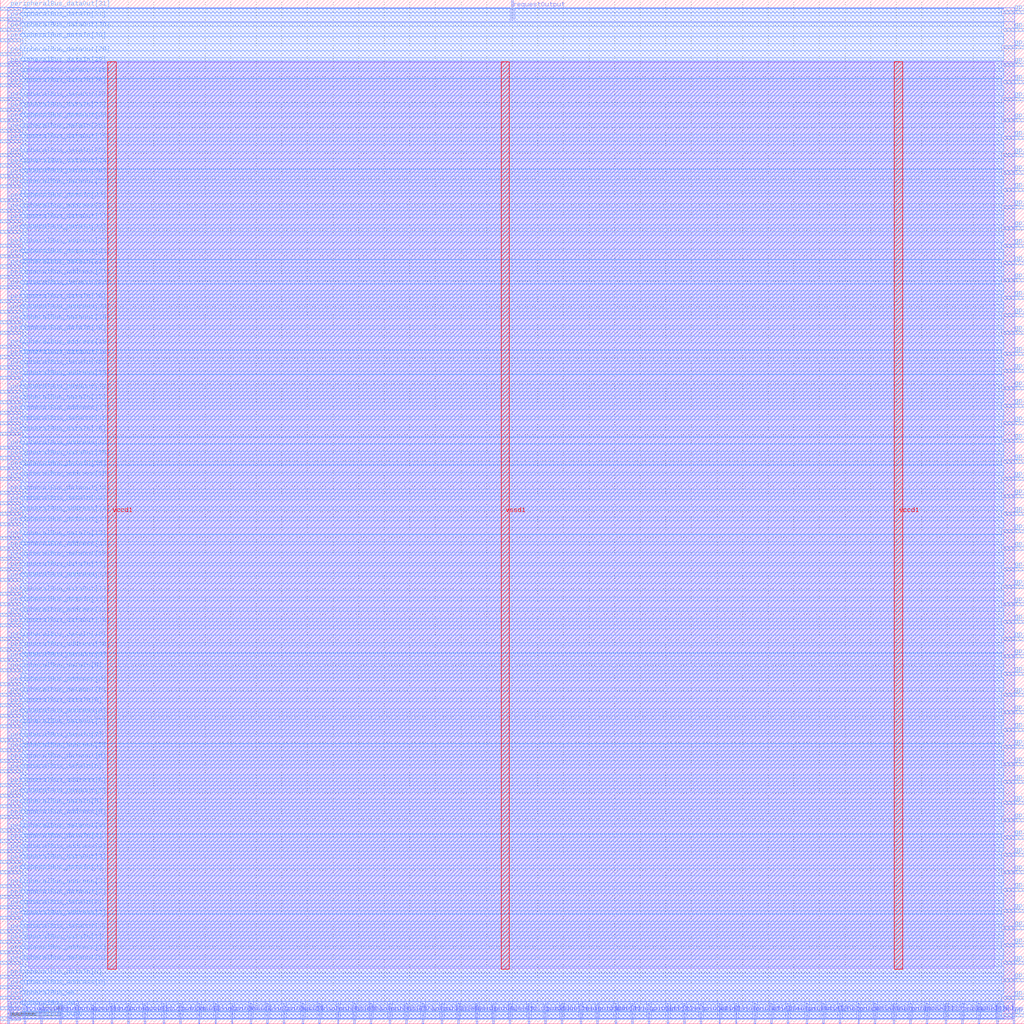
<source format=lef>
VERSION 5.7 ;
  NOWIREEXTENSIONATPIN ON ;
  DIVIDERCHAR "/" ;
  BUSBITCHARS "[]" ;
MACRO GPIO
  CLASS BLOCK ;
  FOREIGN GPIO ;
  ORIGIN 0.000 0.000 ;
  SIZE 200.000 BY 200.000 ;
  PIN clk
    DIRECTION INPUT ;
    USE SIGNAL ;
    PORT
      LAYER met2 ;
        RECT 194.670 0.000 194.950 4.000 ;
    END
  END clk
  PIN gpio0_input[0]
    DIRECTION INPUT ;
    USE SIGNAL ;
    PORT
      LAYER met3 ;
        RECT 196.000 1.400 200.000 2.000 ;
    END
  END gpio0_input[0]
  PIN gpio0_input[10]
    DIRECTION INPUT ;
    USE SIGNAL ;
    PORT
      LAYER met3 ;
        RECT 196.000 106.120 200.000 106.720 ;
    END
  END gpio0_input[10]
  PIN gpio0_input[11]
    DIRECTION INPUT ;
    USE SIGNAL ;
    PORT
      LAYER met3 ;
        RECT 196.000 117.000 200.000 117.600 ;
    END
  END gpio0_input[11]
  PIN gpio0_input[12]
    DIRECTION INPUT ;
    USE SIGNAL ;
    PORT
      LAYER met3 ;
        RECT 196.000 127.200 200.000 127.800 ;
    END
  END gpio0_input[12]
  PIN gpio0_input[13]
    DIRECTION INPUT ;
    USE SIGNAL ;
    PORT
      LAYER met3 ;
        RECT 196.000 138.080 200.000 138.680 ;
    END
  END gpio0_input[13]
  PIN gpio0_input[14]
    DIRECTION INPUT ;
    USE SIGNAL ;
    PORT
      LAYER met3 ;
        RECT 196.000 148.280 200.000 148.880 ;
    END
  END gpio0_input[14]
  PIN gpio0_input[15]
    DIRECTION INPUT ;
    USE SIGNAL ;
    PORT
      LAYER met3 ;
        RECT 196.000 159.160 200.000 159.760 ;
    END
  END gpio0_input[15]
  PIN gpio0_input[16]
    DIRECTION INPUT ;
    USE SIGNAL ;
    PORT
      LAYER met3 ;
        RECT 196.000 169.360 200.000 169.960 ;
    END
  END gpio0_input[16]
  PIN gpio0_input[17]
    DIRECTION INPUT ;
    USE SIGNAL ;
    PORT
      LAYER met3 ;
        RECT 196.000 180.240 200.000 180.840 ;
    END
  END gpio0_input[17]
  PIN gpio0_input[18]
    DIRECTION INPUT ;
    USE SIGNAL ;
    PORT
      LAYER met3 ;
        RECT 196.000 190.440 200.000 191.040 ;
    END
  END gpio0_input[18]
  PIN gpio0_input[1]
    DIRECTION INPUT ;
    USE SIGNAL ;
    PORT
      LAYER met3 ;
        RECT 196.000 11.600 200.000 12.200 ;
    END
  END gpio0_input[1]
  PIN gpio0_input[2]
    DIRECTION INPUT ;
    USE SIGNAL ;
    PORT
      LAYER met3 ;
        RECT 196.000 21.800 200.000 22.400 ;
    END
  END gpio0_input[2]
  PIN gpio0_input[3]
    DIRECTION INPUT ;
    USE SIGNAL ;
    PORT
      LAYER met3 ;
        RECT 196.000 32.680 200.000 33.280 ;
    END
  END gpio0_input[3]
  PIN gpio0_input[4]
    DIRECTION INPUT ;
    USE SIGNAL ;
    PORT
      LAYER met3 ;
        RECT 196.000 42.880 200.000 43.480 ;
    END
  END gpio0_input[4]
  PIN gpio0_input[5]
    DIRECTION INPUT ;
    USE SIGNAL ;
    PORT
      LAYER met3 ;
        RECT 196.000 53.760 200.000 54.360 ;
    END
  END gpio0_input[5]
  PIN gpio0_input[6]
    DIRECTION INPUT ;
    USE SIGNAL ;
    PORT
      LAYER met3 ;
        RECT 196.000 63.960 200.000 64.560 ;
    END
  END gpio0_input[6]
  PIN gpio0_input[7]
    DIRECTION INPUT ;
    USE SIGNAL ;
    PORT
      LAYER met3 ;
        RECT 196.000 74.840 200.000 75.440 ;
    END
  END gpio0_input[7]
  PIN gpio0_input[8]
    DIRECTION INPUT ;
    USE SIGNAL ;
    PORT
      LAYER met3 ;
        RECT 196.000 85.040 200.000 85.640 ;
    END
  END gpio0_input[8]
  PIN gpio0_input[9]
    DIRECTION INPUT ;
    USE SIGNAL ;
    PORT
      LAYER met3 ;
        RECT 196.000 95.920 200.000 96.520 ;
    END
  END gpio0_input[9]
  PIN gpio0_oe[0]
    DIRECTION OUTPUT TRISTATE ;
    USE SIGNAL ;
    PORT
      LAYER met3 ;
        RECT 196.000 4.800 200.000 5.400 ;
    END
  END gpio0_oe[0]
  PIN gpio0_oe[10]
    DIRECTION OUTPUT TRISTATE ;
    USE SIGNAL ;
    PORT
      LAYER met3 ;
        RECT 196.000 109.520 200.000 110.120 ;
    END
  END gpio0_oe[10]
  PIN gpio0_oe[11]
    DIRECTION OUTPUT TRISTATE ;
    USE SIGNAL ;
    PORT
      LAYER met3 ;
        RECT 196.000 120.400 200.000 121.000 ;
    END
  END gpio0_oe[11]
  PIN gpio0_oe[12]
    DIRECTION OUTPUT TRISTATE ;
    USE SIGNAL ;
    PORT
      LAYER met3 ;
        RECT 196.000 130.600 200.000 131.200 ;
    END
  END gpio0_oe[12]
  PIN gpio0_oe[13]
    DIRECTION OUTPUT TRISTATE ;
    USE SIGNAL ;
    PORT
      LAYER met3 ;
        RECT 196.000 141.480 200.000 142.080 ;
    END
  END gpio0_oe[13]
  PIN gpio0_oe[14]
    DIRECTION OUTPUT TRISTATE ;
    USE SIGNAL ;
    PORT
      LAYER met3 ;
        RECT 196.000 151.680 200.000 152.280 ;
    END
  END gpio0_oe[14]
  PIN gpio0_oe[15]
    DIRECTION OUTPUT TRISTATE ;
    USE SIGNAL ;
    PORT
      LAYER met3 ;
        RECT 196.000 162.560 200.000 163.160 ;
    END
  END gpio0_oe[15]
  PIN gpio0_oe[16]
    DIRECTION OUTPUT TRISTATE ;
    USE SIGNAL ;
    PORT
      LAYER met3 ;
        RECT 196.000 172.760 200.000 173.360 ;
    END
  END gpio0_oe[16]
  PIN gpio0_oe[17]
    DIRECTION OUTPUT TRISTATE ;
    USE SIGNAL ;
    PORT
      LAYER met3 ;
        RECT 196.000 183.640 200.000 184.240 ;
    END
  END gpio0_oe[17]
  PIN gpio0_oe[18]
    DIRECTION OUTPUT TRISTATE ;
    USE SIGNAL ;
    PORT
      LAYER met3 ;
        RECT 196.000 193.840 200.000 194.440 ;
    END
  END gpio0_oe[18]
  PIN gpio0_oe[1]
    DIRECTION OUTPUT TRISTATE ;
    USE SIGNAL ;
    PORT
      LAYER met3 ;
        RECT 196.000 15.000 200.000 15.600 ;
    END
  END gpio0_oe[1]
  PIN gpio0_oe[2]
    DIRECTION OUTPUT TRISTATE ;
    USE SIGNAL ;
    PORT
      LAYER met3 ;
        RECT 196.000 25.880 200.000 26.480 ;
    END
  END gpio0_oe[2]
  PIN gpio0_oe[3]
    DIRECTION OUTPUT TRISTATE ;
    USE SIGNAL ;
    PORT
      LAYER met3 ;
        RECT 196.000 36.080 200.000 36.680 ;
    END
  END gpio0_oe[3]
  PIN gpio0_oe[4]
    DIRECTION OUTPUT TRISTATE ;
    USE SIGNAL ;
    PORT
      LAYER met3 ;
        RECT 196.000 46.960 200.000 47.560 ;
    END
  END gpio0_oe[4]
  PIN gpio0_oe[5]
    DIRECTION OUTPUT TRISTATE ;
    USE SIGNAL ;
    PORT
      LAYER met3 ;
        RECT 196.000 57.160 200.000 57.760 ;
    END
  END gpio0_oe[5]
  PIN gpio0_oe[6]
    DIRECTION OUTPUT TRISTATE ;
    USE SIGNAL ;
    PORT
      LAYER met3 ;
        RECT 196.000 68.040 200.000 68.640 ;
    END
  END gpio0_oe[6]
  PIN gpio0_oe[7]
    DIRECTION OUTPUT TRISTATE ;
    USE SIGNAL ;
    PORT
      LAYER met3 ;
        RECT 196.000 78.240 200.000 78.840 ;
    END
  END gpio0_oe[7]
  PIN gpio0_oe[8]
    DIRECTION OUTPUT TRISTATE ;
    USE SIGNAL ;
    PORT
      LAYER met3 ;
        RECT 196.000 88.440 200.000 89.040 ;
    END
  END gpio0_oe[8]
  PIN gpio0_oe[9]
    DIRECTION OUTPUT TRISTATE ;
    USE SIGNAL ;
    PORT
      LAYER met3 ;
        RECT 196.000 99.320 200.000 99.920 ;
    END
  END gpio0_oe[9]
  PIN gpio0_output[0]
    DIRECTION OUTPUT TRISTATE ;
    USE SIGNAL ;
    PORT
      LAYER met3 ;
        RECT 196.000 8.200 200.000 8.800 ;
    END
  END gpio0_output[0]
  PIN gpio0_output[10]
    DIRECTION OUTPUT TRISTATE ;
    USE SIGNAL ;
    PORT
      LAYER met3 ;
        RECT 196.000 113.600 200.000 114.200 ;
    END
  END gpio0_output[10]
  PIN gpio0_output[11]
    DIRECTION OUTPUT TRISTATE ;
    USE SIGNAL ;
    PORT
      LAYER met3 ;
        RECT 196.000 123.800 200.000 124.400 ;
    END
  END gpio0_output[11]
  PIN gpio0_output[12]
    DIRECTION OUTPUT TRISTATE ;
    USE SIGNAL ;
    PORT
      LAYER met3 ;
        RECT 196.000 134.680 200.000 135.280 ;
    END
  END gpio0_output[12]
  PIN gpio0_output[13]
    DIRECTION OUTPUT TRISTATE ;
    USE SIGNAL ;
    PORT
      LAYER met3 ;
        RECT 196.000 144.880 200.000 145.480 ;
    END
  END gpio0_output[13]
  PIN gpio0_output[14]
    DIRECTION OUTPUT TRISTATE ;
    USE SIGNAL ;
    PORT
      LAYER met3 ;
        RECT 196.000 155.080 200.000 155.680 ;
    END
  END gpio0_output[14]
  PIN gpio0_output[15]
    DIRECTION OUTPUT TRISTATE ;
    USE SIGNAL ;
    PORT
      LAYER met3 ;
        RECT 196.000 165.960 200.000 166.560 ;
    END
  END gpio0_output[15]
  PIN gpio0_output[16]
    DIRECTION OUTPUT TRISTATE ;
    USE SIGNAL ;
    PORT
      LAYER met3 ;
        RECT 196.000 176.160 200.000 176.760 ;
    END
  END gpio0_output[16]
  PIN gpio0_output[17]
    DIRECTION OUTPUT TRISTATE ;
    USE SIGNAL ;
    PORT
      LAYER met3 ;
        RECT 196.000 187.040 200.000 187.640 ;
    END
  END gpio0_output[17]
  PIN gpio0_output[18]
    DIRECTION OUTPUT TRISTATE ;
    USE SIGNAL ;
    PORT
      LAYER met3 ;
        RECT 196.000 197.240 200.000 197.840 ;
    END
  END gpio0_output[18]
  PIN gpio0_output[1]
    DIRECTION OUTPUT TRISTATE ;
    USE SIGNAL ;
    PORT
      LAYER met3 ;
        RECT 196.000 18.400 200.000 19.000 ;
    END
  END gpio0_output[1]
  PIN gpio0_output[2]
    DIRECTION OUTPUT TRISTATE ;
    USE SIGNAL ;
    PORT
      LAYER met3 ;
        RECT 196.000 29.280 200.000 29.880 ;
    END
  END gpio0_output[2]
  PIN gpio0_output[3]
    DIRECTION OUTPUT TRISTATE ;
    USE SIGNAL ;
    PORT
      LAYER met3 ;
        RECT 196.000 39.480 200.000 40.080 ;
    END
  END gpio0_output[3]
  PIN gpio0_output[4]
    DIRECTION OUTPUT TRISTATE ;
    USE SIGNAL ;
    PORT
      LAYER met3 ;
        RECT 196.000 50.360 200.000 50.960 ;
    END
  END gpio0_output[4]
  PIN gpio0_output[5]
    DIRECTION OUTPUT TRISTATE ;
    USE SIGNAL ;
    PORT
      LAYER met3 ;
        RECT 196.000 60.560 200.000 61.160 ;
    END
  END gpio0_output[5]
  PIN gpio0_output[6]
    DIRECTION OUTPUT TRISTATE ;
    USE SIGNAL ;
    PORT
      LAYER met3 ;
        RECT 196.000 71.440 200.000 72.040 ;
    END
  END gpio0_output[6]
  PIN gpio0_output[7]
    DIRECTION OUTPUT TRISTATE ;
    USE SIGNAL ;
    PORT
      LAYER met3 ;
        RECT 196.000 81.640 200.000 82.240 ;
    END
  END gpio0_output[7]
  PIN gpio0_output[8]
    DIRECTION OUTPUT TRISTATE ;
    USE SIGNAL ;
    PORT
      LAYER met3 ;
        RECT 196.000 92.520 200.000 93.120 ;
    END
  END gpio0_output[8]
  PIN gpio0_output[9]
    DIRECTION OUTPUT TRISTATE ;
    USE SIGNAL ;
    PORT
      LAYER met3 ;
        RECT 196.000 102.720 200.000 103.320 ;
    END
  END gpio0_output[9]
  PIN gpio1_input[0]
    DIRECTION INPUT ;
    USE SIGNAL ;
    PORT
      LAYER met2 ;
        RECT 1.470 0.000 1.750 4.000 ;
    END
  END gpio1_input[0]
  PIN gpio1_input[10]
    DIRECTION INPUT ;
    USE SIGNAL ;
    PORT
      LAYER met2 ;
        RECT 103.130 0.000 103.410 4.000 ;
    END
  END gpio1_input[10]
  PIN gpio1_input[11]
    DIRECTION INPUT ;
    USE SIGNAL ;
    PORT
      LAYER met2 ;
        RECT 113.250 0.000 113.530 4.000 ;
    END
  END gpio1_input[11]
  PIN gpio1_input[12]
    DIRECTION INPUT ;
    USE SIGNAL ;
    PORT
      LAYER met2 ;
        RECT 123.370 0.000 123.650 4.000 ;
    END
  END gpio1_input[12]
  PIN gpio1_input[13]
    DIRECTION INPUT ;
    USE SIGNAL ;
    PORT
      LAYER met2 ;
        RECT 133.490 0.000 133.770 4.000 ;
    END
  END gpio1_input[13]
  PIN gpio1_input[14]
    DIRECTION INPUT ;
    USE SIGNAL ;
    PORT
      LAYER met2 ;
        RECT 143.610 0.000 143.890 4.000 ;
    END
  END gpio1_input[14]
  PIN gpio1_input[15]
    DIRECTION INPUT ;
    USE SIGNAL ;
    PORT
      LAYER met2 ;
        RECT 153.730 0.000 154.010 4.000 ;
    END
  END gpio1_input[15]
  PIN gpio1_input[16]
    DIRECTION INPUT ;
    USE SIGNAL ;
    PORT
      LAYER met2 ;
        RECT 163.850 0.000 164.130 4.000 ;
    END
  END gpio1_input[16]
  PIN gpio1_input[17]
    DIRECTION INPUT ;
    USE SIGNAL ;
    PORT
      LAYER met2 ;
        RECT 174.430 0.000 174.710 4.000 ;
    END
  END gpio1_input[17]
  PIN gpio1_input[18]
    DIRECTION INPUT ;
    USE SIGNAL ;
    PORT
      LAYER met2 ;
        RECT 184.550 0.000 184.830 4.000 ;
    END
  END gpio1_input[18]
  PIN gpio1_input[1]
    DIRECTION INPUT ;
    USE SIGNAL ;
    PORT
      LAYER met2 ;
        RECT 11.590 0.000 11.870 4.000 ;
    END
  END gpio1_input[1]
  PIN gpio1_input[2]
    DIRECTION INPUT ;
    USE SIGNAL ;
    PORT
      LAYER met2 ;
        RECT 21.710 0.000 21.990 4.000 ;
    END
  END gpio1_input[2]
  PIN gpio1_input[3]
    DIRECTION INPUT ;
    USE SIGNAL ;
    PORT
      LAYER met2 ;
        RECT 31.830 0.000 32.110 4.000 ;
    END
  END gpio1_input[3]
  PIN gpio1_input[4]
    DIRECTION INPUT ;
    USE SIGNAL ;
    PORT
      LAYER met2 ;
        RECT 41.950 0.000 42.230 4.000 ;
    END
  END gpio1_input[4]
  PIN gpio1_input[5]
    DIRECTION INPUT ;
    USE SIGNAL ;
    PORT
      LAYER met2 ;
        RECT 52.070 0.000 52.350 4.000 ;
    END
  END gpio1_input[5]
  PIN gpio1_input[6]
    DIRECTION INPUT ;
    USE SIGNAL ;
    PORT
      LAYER met2 ;
        RECT 62.190 0.000 62.470 4.000 ;
    END
  END gpio1_input[6]
  PIN gpio1_input[7]
    DIRECTION INPUT ;
    USE SIGNAL ;
    PORT
      LAYER met2 ;
        RECT 72.310 0.000 72.590 4.000 ;
    END
  END gpio1_input[7]
  PIN gpio1_input[8]
    DIRECTION INPUT ;
    USE SIGNAL ;
    PORT
      LAYER met2 ;
        RECT 82.430 0.000 82.710 4.000 ;
    END
  END gpio1_input[8]
  PIN gpio1_input[9]
    DIRECTION INPUT ;
    USE SIGNAL ;
    PORT
      LAYER met2 ;
        RECT 93.010 0.000 93.290 4.000 ;
    END
  END gpio1_input[9]
  PIN gpio1_oe[0]
    DIRECTION OUTPUT TRISTATE ;
    USE SIGNAL ;
    PORT
      LAYER met2 ;
        RECT 4.690 0.000 4.970 4.000 ;
    END
  END gpio1_oe[0]
  PIN gpio1_oe[10]
    DIRECTION OUTPUT TRISTATE ;
    USE SIGNAL ;
    PORT
      LAYER met2 ;
        RECT 106.350 0.000 106.630 4.000 ;
    END
  END gpio1_oe[10]
  PIN gpio1_oe[11]
    DIRECTION OUTPUT TRISTATE ;
    USE SIGNAL ;
    PORT
      LAYER met2 ;
        RECT 116.470 0.000 116.750 4.000 ;
    END
  END gpio1_oe[11]
  PIN gpio1_oe[12]
    DIRECTION OUTPUT TRISTATE ;
    USE SIGNAL ;
    PORT
      LAYER met2 ;
        RECT 126.590 0.000 126.870 4.000 ;
    END
  END gpio1_oe[12]
  PIN gpio1_oe[13]
    DIRECTION OUTPUT TRISTATE ;
    USE SIGNAL ;
    PORT
      LAYER met2 ;
        RECT 136.710 0.000 136.990 4.000 ;
    END
  END gpio1_oe[13]
  PIN gpio1_oe[14]
    DIRECTION OUTPUT TRISTATE ;
    USE SIGNAL ;
    PORT
      LAYER met2 ;
        RECT 147.290 0.000 147.570 4.000 ;
    END
  END gpio1_oe[14]
  PIN gpio1_oe[15]
    DIRECTION OUTPUT TRISTATE ;
    USE SIGNAL ;
    PORT
      LAYER met2 ;
        RECT 157.410 0.000 157.690 4.000 ;
    END
  END gpio1_oe[15]
  PIN gpio1_oe[16]
    DIRECTION OUTPUT TRISTATE ;
    USE SIGNAL ;
    PORT
      LAYER met2 ;
        RECT 167.530 0.000 167.810 4.000 ;
    END
  END gpio1_oe[16]
  PIN gpio1_oe[17]
    DIRECTION OUTPUT TRISTATE ;
    USE SIGNAL ;
    PORT
      LAYER met2 ;
        RECT 177.650 0.000 177.930 4.000 ;
    END
  END gpio1_oe[17]
  PIN gpio1_oe[18]
    DIRECTION OUTPUT TRISTATE ;
    USE SIGNAL ;
    PORT
      LAYER met2 ;
        RECT 187.770 0.000 188.050 4.000 ;
    END
  END gpio1_oe[18]
  PIN gpio1_oe[1]
    DIRECTION OUTPUT TRISTATE ;
    USE SIGNAL ;
    PORT
      LAYER met2 ;
        RECT 14.810 0.000 15.090 4.000 ;
    END
  END gpio1_oe[1]
  PIN gpio1_oe[2]
    DIRECTION OUTPUT TRISTATE ;
    USE SIGNAL ;
    PORT
      LAYER met2 ;
        RECT 24.930 0.000 25.210 4.000 ;
    END
  END gpio1_oe[2]
  PIN gpio1_oe[3]
    DIRECTION OUTPUT TRISTATE ;
    USE SIGNAL ;
    PORT
      LAYER met2 ;
        RECT 35.050 0.000 35.330 4.000 ;
    END
  END gpio1_oe[3]
  PIN gpio1_oe[4]
    DIRECTION OUTPUT TRISTATE ;
    USE SIGNAL ;
    PORT
      LAYER met2 ;
        RECT 45.170 0.000 45.450 4.000 ;
    END
  END gpio1_oe[4]
  PIN gpio1_oe[5]
    DIRECTION OUTPUT TRISTATE ;
    USE SIGNAL ;
    PORT
      LAYER met2 ;
        RECT 55.290 0.000 55.570 4.000 ;
    END
  END gpio1_oe[5]
  PIN gpio1_oe[6]
    DIRECTION OUTPUT TRISTATE ;
    USE SIGNAL ;
    PORT
      LAYER met2 ;
        RECT 65.870 0.000 66.150 4.000 ;
    END
  END gpio1_oe[6]
  PIN gpio1_oe[7]
    DIRECTION OUTPUT TRISTATE ;
    USE SIGNAL ;
    PORT
      LAYER met2 ;
        RECT 75.990 0.000 76.270 4.000 ;
    END
  END gpio1_oe[7]
  PIN gpio1_oe[8]
    DIRECTION OUTPUT TRISTATE ;
    USE SIGNAL ;
    PORT
      LAYER met2 ;
        RECT 86.110 0.000 86.390 4.000 ;
    END
  END gpio1_oe[8]
  PIN gpio1_oe[9]
    DIRECTION OUTPUT TRISTATE ;
    USE SIGNAL ;
    PORT
      LAYER met2 ;
        RECT 96.230 0.000 96.510 4.000 ;
    END
  END gpio1_oe[9]
  PIN gpio1_output[0]
    DIRECTION OUTPUT TRISTATE ;
    USE SIGNAL ;
    PORT
      LAYER met2 ;
        RECT 7.910 0.000 8.190 4.000 ;
    END
  END gpio1_output[0]
  PIN gpio1_output[10]
    DIRECTION OUTPUT TRISTATE ;
    USE SIGNAL ;
    PORT
      LAYER met2 ;
        RECT 109.570 0.000 109.850 4.000 ;
    END
  END gpio1_output[10]
  PIN gpio1_output[11]
    DIRECTION OUTPUT TRISTATE ;
    USE SIGNAL ;
    PORT
      LAYER met2 ;
        RECT 120.150 0.000 120.430 4.000 ;
    END
  END gpio1_output[11]
  PIN gpio1_output[12]
    DIRECTION OUTPUT TRISTATE ;
    USE SIGNAL ;
    PORT
      LAYER met2 ;
        RECT 130.270 0.000 130.550 4.000 ;
    END
  END gpio1_output[12]
  PIN gpio1_output[13]
    DIRECTION OUTPUT TRISTATE ;
    USE SIGNAL ;
    PORT
      LAYER met2 ;
        RECT 140.390 0.000 140.670 4.000 ;
    END
  END gpio1_output[13]
  PIN gpio1_output[14]
    DIRECTION OUTPUT TRISTATE ;
    USE SIGNAL ;
    PORT
      LAYER met2 ;
        RECT 150.510 0.000 150.790 4.000 ;
    END
  END gpio1_output[14]
  PIN gpio1_output[15]
    DIRECTION OUTPUT TRISTATE ;
    USE SIGNAL ;
    PORT
      LAYER met2 ;
        RECT 160.630 0.000 160.910 4.000 ;
    END
  END gpio1_output[15]
  PIN gpio1_output[16]
    DIRECTION OUTPUT TRISTATE ;
    USE SIGNAL ;
    PORT
      LAYER met2 ;
        RECT 170.750 0.000 171.030 4.000 ;
    END
  END gpio1_output[16]
  PIN gpio1_output[17]
    DIRECTION OUTPUT TRISTATE ;
    USE SIGNAL ;
    PORT
      LAYER met2 ;
        RECT 180.870 0.000 181.150 4.000 ;
    END
  END gpio1_output[17]
  PIN gpio1_output[18]
    DIRECTION OUTPUT TRISTATE ;
    USE SIGNAL ;
    PORT
      LAYER met2 ;
        RECT 190.990 0.000 191.270 4.000 ;
    END
  END gpio1_output[18]
  PIN gpio1_output[1]
    DIRECTION OUTPUT TRISTATE ;
    USE SIGNAL ;
    PORT
      LAYER met2 ;
        RECT 18.030 0.000 18.310 4.000 ;
    END
  END gpio1_output[1]
  PIN gpio1_output[2]
    DIRECTION OUTPUT TRISTATE ;
    USE SIGNAL ;
    PORT
      LAYER met2 ;
        RECT 28.150 0.000 28.430 4.000 ;
    END
  END gpio1_output[2]
  PIN gpio1_output[3]
    DIRECTION OUTPUT TRISTATE ;
    USE SIGNAL ;
    PORT
      LAYER met2 ;
        RECT 38.730 0.000 39.010 4.000 ;
    END
  END gpio1_output[3]
  PIN gpio1_output[4]
    DIRECTION OUTPUT TRISTATE ;
    USE SIGNAL ;
    PORT
      LAYER met2 ;
        RECT 48.850 0.000 49.130 4.000 ;
    END
  END gpio1_output[4]
  PIN gpio1_output[5]
    DIRECTION OUTPUT TRISTATE ;
    USE SIGNAL ;
    PORT
      LAYER met2 ;
        RECT 58.970 0.000 59.250 4.000 ;
    END
  END gpio1_output[5]
  PIN gpio1_output[6]
    DIRECTION OUTPUT TRISTATE ;
    USE SIGNAL ;
    PORT
      LAYER met2 ;
        RECT 69.090 0.000 69.370 4.000 ;
    END
  END gpio1_output[6]
  PIN gpio1_output[7]
    DIRECTION OUTPUT TRISTATE ;
    USE SIGNAL ;
    PORT
      LAYER met2 ;
        RECT 79.210 0.000 79.490 4.000 ;
    END
  END gpio1_output[7]
  PIN gpio1_output[8]
    DIRECTION OUTPUT TRISTATE ;
    USE SIGNAL ;
    PORT
      LAYER met2 ;
        RECT 89.330 0.000 89.610 4.000 ;
    END
  END gpio1_output[8]
  PIN gpio1_output[9]
    DIRECTION OUTPUT TRISTATE ;
    USE SIGNAL ;
    PORT
      LAYER met2 ;
        RECT 99.450 0.000 99.730 4.000 ;
    END
  END gpio1_output[9]
  PIN peripheralBus_address[0]
    DIRECTION INPUT ;
    USE SIGNAL ;
    PORT
      LAYER met3 ;
        RECT 0.000 6.840 4.000 7.440 ;
    END
  END peripheralBus_address[0]
  PIN peripheralBus_address[10]
    DIRECTION INPUT ;
    USE SIGNAL ;
    PORT
      LAYER met3 ;
        RECT 0.000 72.800 4.000 73.400 ;
    END
  END peripheralBus_address[10]
  PIN peripheralBus_address[11]
    DIRECTION INPUT ;
    USE SIGNAL ;
    PORT
      LAYER met3 ;
        RECT 0.000 79.600 4.000 80.200 ;
    END
  END peripheralBus_address[11]
  PIN peripheralBus_address[12]
    DIRECTION INPUT ;
    USE SIGNAL ;
    PORT
      LAYER met3 ;
        RECT 0.000 86.400 4.000 87.000 ;
    END
  END peripheralBus_address[12]
  PIN peripheralBus_address[13]
    DIRECTION INPUT ;
    USE SIGNAL ;
    PORT
      LAYER met3 ;
        RECT 0.000 92.520 4.000 93.120 ;
    END
  END peripheralBus_address[13]
  PIN peripheralBus_address[14]
    DIRECTION INPUT ;
    USE SIGNAL ;
    PORT
      LAYER met3 ;
        RECT 0.000 99.320 4.000 99.920 ;
    END
  END peripheralBus_address[14]
  PIN peripheralBus_address[15]
    DIRECTION INPUT ;
    USE SIGNAL ;
    PORT
      LAYER met3 ;
        RECT 0.000 106.120 4.000 106.720 ;
    END
  END peripheralBus_address[15]
  PIN peripheralBus_address[16]
    DIRECTION INPUT ;
    USE SIGNAL ;
    PORT
      LAYER met3 ;
        RECT 0.000 112.240 4.000 112.840 ;
    END
  END peripheralBus_address[16]
  PIN peripheralBus_address[17]
    DIRECTION INPUT ;
    USE SIGNAL ;
    PORT
      LAYER met3 ;
        RECT 0.000 119.040 4.000 119.640 ;
    END
  END peripheralBus_address[17]
  PIN peripheralBus_address[18]
    DIRECTION INPUT ;
    USE SIGNAL ;
    PORT
      LAYER met3 ;
        RECT 0.000 125.840 4.000 126.440 ;
    END
  END peripheralBus_address[18]
  PIN peripheralBus_address[19]
    DIRECTION INPUT ;
    USE SIGNAL ;
    PORT
      LAYER met3 ;
        RECT 0.000 131.960 4.000 132.560 ;
    END
  END peripheralBus_address[19]
  PIN peripheralBus_address[1]
    DIRECTION INPUT ;
    USE SIGNAL ;
    PORT
      LAYER met3 ;
        RECT 0.000 13.640 4.000 14.240 ;
    END
  END peripheralBus_address[1]
  PIN peripheralBus_address[20]
    DIRECTION INPUT ;
    USE SIGNAL ;
    PORT
      LAYER met3 ;
        RECT 0.000 138.760 4.000 139.360 ;
    END
  END peripheralBus_address[20]
  PIN peripheralBus_address[21]
    DIRECTION INPUT ;
    USE SIGNAL ;
    PORT
      LAYER met3 ;
        RECT 0.000 145.560 4.000 146.160 ;
    END
  END peripheralBus_address[21]
  PIN peripheralBus_address[22]
    DIRECTION INPUT ;
    USE SIGNAL ;
    PORT
      LAYER met3 ;
        RECT 0.000 151.680 4.000 152.280 ;
    END
  END peripheralBus_address[22]
  PIN peripheralBus_address[23]
    DIRECTION INPUT ;
    USE SIGNAL ;
    PORT
      LAYER met3 ;
        RECT 0.000 158.480 4.000 159.080 ;
    END
  END peripheralBus_address[23]
  PIN peripheralBus_address[2]
    DIRECTION INPUT ;
    USE SIGNAL ;
    PORT
      LAYER met3 ;
        RECT 0.000 20.440 4.000 21.040 ;
    END
  END peripheralBus_address[2]
  PIN peripheralBus_address[3]
    DIRECTION INPUT ;
    USE SIGNAL ;
    PORT
      LAYER met3 ;
        RECT 0.000 26.560 4.000 27.160 ;
    END
  END peripheralBus_address[3]
  PIN peripheralBus_address[4]
    DIRECTION INPUT ;
    USE SIGNAL ;
    PORT
      LAYER met3 ;
        RECT 0.000 33.360 4.000 33.960 ;
    END
  END peripheralBus_address[4]
  PIN peripheralBus_address[5]
    DIRECTION INPUT ;
    USE SIGNAL ;
    PORT
      LAYER met3 ;
        RECT 0.000 40.160 4.000 40.760 ;
    END
  END peripheralBus_address[5]
  PIN peripheralBus_address[6]
    DIRECTION INPUT ;
    USE SIGNAL ;
    PORT
      LAYER met3 ;
        RECT 0.000 46.280 4.000 46.880 ;
    END
  END peripheralBus_address[6]
  PIN peripheralBus_address[7]
    DIRECTION INPUT ;
    USE SIGNAL ;
    PORT
      LAYER met3 ;
        RECT 0.000 53.080 4.000 53.680 ;
    END
  END peripheralBus_address[7]
  PIN peripheralBus_address[8]
    DIRECTION INPUT ;
    USE SIGNAL ;
    PORT
      LAYER met3 ;
        RECT 0.000 59.880 4.000 60.480 ;
    END
  END peripheralBus_address[8]
  PIN peripheralBus_address[9]
    DIRECTION INPUT ;
    USE SIGNAL ;
    PORT
      LAYER met3 ;
        RECT 0.000 66.000 4.000 66.600 ;
    END
  END peripheralBus_address[9]
  PIN peripheralBus_busy
    DIRECTION OUTPUT TRISTATE ;
    USE SIGNAL ;
    PORT
      LAYER met3 ;
        RECT 0.000 0.720 4.000 1.320 ;
    END
  END peripheralBus_busy
  PIN peripheralBus_dataIn[0]
    DIRECTION INPUT ;
    USE SIGNAL ;
    PORT
      LAYER met3 ;
        RECT 0.000 8.880 4.000 9.480 ;
    END
  END peripheralBus_dataIn[0]
  PIN peripheralBus_dataIn[10]
    DIRECTION INPUT ;
    USE SIGNAL ;
    PORT
      LAYER met3 ;
        RECT 0.000 74.840 4.000 75.440 ;
    END
  END peripheralBus_dataIn[10]
  PIN peripheralBus_dataIn[11]
    DIRECTION INPUT ;
    USE SIGNAL ;
    PORT
      LAYER met3 ;
        RECT 0.000 81.640 4.000 82.240 ;
    END
  END peripheralBus_dataIn[11]
  PIN peripheralBus_dataIn[12]
    DIRECTION INPUT ;
    USE SIGNAL ;
    PORT
      LAYER met3 ;
        RECT 0.000 88.440 4.000 89.040 ;
    END
  END peripheralBus_dataIn[12]
  PIN peripheralBus_dataIn[13]
    DIRECTION INPUT ;
    USE SIGNAL ;
    PORT
      LAYER met3 ;
        RECT 0.000 94.560 4.000 95.160 ;
    END
  END peripheralBus_dataIn[13]
  PIN peripheralBus_dataIn[14]
    DIRECTION INPUT ;
    USE SIGNAL ;
    PORT
      LAYER met3 ;
        RECT 0.000 101.360 4.000 101.960 ;
    END
  END peripheralBus_dataIn[14]
  PIN peripheralBus_dataIn[15]
    DIRECTION INPUT ;
    USE SIGNAL ;
    PORT
      LAYER met3 ;
        RECT 0.000 108.160 4.000 108.760 ;
    END
  END peripheralBus_dataIn[15]
  PIN peripheralBus_dataIn[16]
    DIRECTION INPUT ;
    USE SIGNAL ;
    PORT
      LAYER met3 ;
        RECT 0.000 114.960 4.000 115.560 ;
    END
  END peripheralBus_dataIn[16]
  PIN peripheralBus_dataIn[17]
    DIRECTION INPUT ;
    USE SIGNAL ;
    PORT
      LAYER met3 ;
        RECT 0.000 121.080 4.000 121.680 ;
    END
  END peripheralBus_dataIn[17]
  PIN peripheralBus_dataIn[18]
    DIRECTION INPUT ;
    USE SIGNAL ;
    PORT
      LAYER met3 ;
        RECT 0.000 127.880 4.000 128.480 ;
    END
  END peripheralBus_dataIn[18]
  PIN peripheralBus_dataIn[19]
    DIRECTION INPUT ;
    USE SIGNAL ;
    PORT
      LAYER met3 ;
        RECT 0.000 134.680 4.000 135.280 ;
    END
  END peripheralBus_dataIn[19]
  PIN peripheralBus_dataIn[1]
    DIRECTION INPUT ;
    USE SIGNAL ;
    PORT
      LAYER met3 ;
        RECT 0.000 15.680 4.000 16.280 ;
    END
  END peripheralBus_dataIn[1]
  PIN peripheralBus_dataIn[20]
    DIRECTION INPUT ;
    USE SIGNAL ;
    PORT
      LAYER met3 ;
        RECT 0.000 140.800 4.000 141.400 ;
    END
  END peripheralBus_dataIn[20]
  PIN peripheralBus_dataIn[21]
    DIRECTION INPUT ;
    USE SIGNAL ;
    PORT
      LAYER met3 ;
        RECT 0.000 147.600 4.000 148.200 ;
    END
  END peripheralBus_dataIn[21]
  PIN peripheralBus_dataIn[22]
    DIRECTION INPUT ;
    USE SIGNAL ;
    PORT
      LAYER met3 ;
        RECT 0.000 154.400 4.000 155.000 ;
    END
  END peripheralBus_dataIn[22]
  PIN peripheralBus_dataIn[23]
    DIRECTION INPUT ;
    USE SIGNAL ;
    PORT
      LAYER met3 ;
        RECT 0.000 160.520 4.000 161.120 ;
    END
  END peripheralBus_dataIn[23]
  PIN peripheralBus_dataIn[24]
    DIRECTION INPUT ;
    USE SIGNAL ;
    PORT
      LAYER met3 ;
        RECT 0.000 165.280 4.000 165.880 ;
    END
  END peripheralBus_dataIn[24]
  PIN peripheralBus_dataIn[25]
    DIRECTION INPUT ;
    USE SIGNAL ;
    PORT
      LAYER met3 ;
        RECT 0.000 169.360 4.000 169.960 ;
    END
  END peripheralBus_dataIn[25]
  PIN peripheralBus_dataIn[26]
    DIRECTION INPUT ;
    USE SIGNAL ;
    PORT
      LAYER met3 ;
        RECT 0.000 174.120 4.000 174.720 ;
    END
  END peripheralBus_dataIn[26]
  PIN peripheralBus_dataIn[27]
    DIRECTION INPUT ;
    USE SIGNAL ;
    PORT
      LAYER met3 ;
        RECT 0.000 178.200 4.000 178.800 ;
    END
  END peripheralBus_dataIn[27]
  PIN peripheralBus_dataIn[28]
    DIRECTION INPUT ;
    USE SIGNAL ;
    PORT
      LAYER met3 ;
        RECT 0.000 182.960 4.000 183.560 ;
    END
  END peripheralBus_dataIn[28]
  PIN peripheralBus_dataIn[29]
    DIRECTION INPUT ;
    USE SIGNAL ;
    PORT
      LAYER met3 ;
        RECT 0.000 187.040 4.000 187.640 ;
    END
  END peripheralBus_dataIn[29]
  PIN peripheralBus_dataIn[2]
    DIRECTION INPUT ;
    USE SIGNAL ;
    PORT
      LAYER met3 ;
        RECT 0.000 22.480 4.000 23.080 ;
    END
  END peripheralBus_dataIn[2]
  PIN peripheralBus_dataIn[30]
    DIRECTION INPUT ;
    USE SIGNAL ;
    PORT
      LAYER met3 ;
        RECT 0.000 191.800 4.000 192.400 ;
    END
  END peripheralBus_dataIn[30]
  PIN peripheralBus_dataIn[31]
    DIRECTION INPUT ;
    USE SIGNAL ;
    PORT
      LAYER met3 ;
        RECT 0.000 195.880 4.000 196.480 ;
    END
  END peripheralBus_dataIn[31]
  PIN peripheralBus_dataIn[3]
    DIRECTION INPUT ;
    USE SIGNAL ;
    PORT
      LAYER met3 ;
        RECT 0.000 29.280 4.000 29.880 ;
    END
  END peripheralBus_dataIn[3]
  PIN peripheralBus_dataIn[4]
    DIRECTION INPUT ;
    USE SIGNAL ;
    PORT
      LAYER met3 ;
        RECT 0.000 35.400 4.000 36.000 ;
    END
  END peripheralBus_dataIn[4]
  PIN peripheralBus_dataIn[5]
    DIRECTION INPUT ;
    USE SIGNAL ;
    PORT
      LAYER met3 ;
        RECT 0.000 42.200 4.000 42.800 ;
    END
  END peripheralBus_dataIn[5]
  PIN peripheralBus_dataIn[6]
    DIRECTION INPUT ;
    USE SIGNAL ;
    PORT
      LAYER met3 ;
        RECT 0.000 49.000 4.000 49.600 ;
    END
  END peripheralBus_dataIn[6]
  PIN peripheralBus_dataIn[7]
    DIRECTION INPUT ;
    USE SIGNAL ;
    PORT
      LAYER met3 ;
        RECT 0.000 55.120 4.000 55.720 ;
    END
  END peripheralBus_dataIn[7]
  PIN peripheralBus_dataIn[8]
    DIRECTION INPUT ;
    USE SIGNAL ;
    PORT
      LAYER met3 ;
        RECT 0.000 61.920 4.000 62.520 ;
    END
  END peripheralBus_dataIn[8]
  PIN peripheralBus_dataIn[9]
    DIRECTION INPUT ;
    USE SIGNAL ;
    PORT
      LAYER met3 ;
        RECT 0.000 68.720 4.000 69.320 ;
    END
  END peripheralBus_dataIn[9]
  PIN peripheralBus_dataOut[0]
    DIRECTION OUTPUT TRISTATE ;
    USE SIGNAL ;
    PORT
      LAYER met3 ;
        RECT 0.000 11.600 4.000 12.200 ;
    END
  END peripheralBus_dataOut[0]
  PIN peripheralBus_dataOut[10]
    DIRECTION OUTPUT TRISTATE ;
    USE SIGNAL ;
    PORT
      LAYER met3 ;
        RECT 0.000 77.560 4.000 78.160 ;
    END
  END peripheralBus_dataOut[10]
  PIN peripheralBus_dataOut[11]
    DIRECTION OUTPUT TRISTATE ;
    USE SIGNAL ;
    PORT
      LAYER met3 ;
        RECT 0.000 83.680 4.000 84.280 ;
    END
  END peripheralBus_dataOut[11]
  PIN peripheralBus_dataOut[12]
    DIRECTION OUTPUT TRISTATE ;
    USE SIGNAL ;
    PORT
      LAYER met3 ;
        RECT 0.000 90.480 4.000 91.080 ;
    END
  END peripheralBus_dataOut[12]
  PIN peripheralBus_dataOut[13]
    DIRECTION OUTPUT TRISTATE ;
    USE SIGNAL ;
    PORT
      LAYER met3 ;
        RECT 0.000 97.280 4.000 97.880 ;
    END
  END peripheralBus_dataOut[13]
  PIN peripheralBus_dataOut[14]
    DIRECTION OUTPUT TRISTATE ;
    USE SIGNAL ;
    PORT
      LAYER met3 ;
        RECT 0.000 103.400 4.000 104.000 ;
    END
  END peripheralBus_dataOut[14]
  PIN peripheralBus_dataOut[15]
    DIRECTION OUTPUT TRISTATE ;
    USE SIGNAL ;
    PORT
      LAYER met3 ;
        RECT 0.000 110.200 4.000 110.800 ;
    END
  END peripheralBus_dataOut[15]
  PIN peripheralBus_dataOut[16]
    DIRECTION OUTPUT TRISTATE ;
    USE SIGNAL ;
    PORT
      LAYER met3 ;
        RECT 0.000 117.000 4.000 117.600 ;
    END
  END peripheralBus_dataOut[16]
  PIN peripheralBus_dataOut[17]
    DIRECTION OUTPUT TRISTATE ;
    USE SIGNAL ;
    PORT
      LAYER met3 ;
        RECT 0.000 123.120 4.000 123.720 ;
    END
  END peripheralBus_dataOut[17]
  PIN peripheralBus_dataOut[18]
    DIRECTION OUTPUT TRISTATE ;
    USE SIGNAL ;
    PORT
      LAYER met3 ;
        RECT 0.000 129.920 4.000 130.520 ;
    END
  END peripheralBus_dataOut[18]
  PIN peripheralBus_dataOut[19]
    DIRECTION OUTPUT TRISTATE ;
    USE SIGNAL ;
    PORT
      LAYER met3 ;
        RECT 0.000 136.720 4.000 137.320 ;
    END
  END peripheralBus_dataOut[19]
  PIN peripheralBus_dataOut[1]
    DIRECTION OUTPUT TRISTATE ;
    USE SIGNAL ;
    PORT
      LAYER met3 ;
        RECT 0.000 17.720 4.000 18.320 ;
    END
  END peripheralBus_dataOut[1]
  PIN peripheralBus_dataOut[20]
    DIRECTION OUTPUT TRISTATE ;
    USE SIGNAL ;
    PORT
      LAYER met3 ;
        RECT 0.000 143.520 4.000 144.120 ;
    END
  END peripheralBus_dataOut[20]
  PIN peripheralBus_dataOut[21]
    DIRECTION OUTPUT TRISTATE ;
    USE SIGNAL ;
    PORT
      LAYER met3 ;
        RECT 0.000 149.640 4.000 150.240 ;
    END
  END peripheralBus_dataOut[21]
  PIN peripheralBus_dataOut[22]
    DIRECTION OUTPUT TRISTATE ;
    USE SIGNAL ;
    PORT
      LAYER met3 ;
        RECT 0.000 156.440 4.000 157.040 ;
    END
  END peripheralBus_dataOut[22]
  PIN peripheralBus_dataOut[23]
    DIRECTION OUTPUT TRISTATE ;
    USE SIGNAL ;
    PORT
      LAYER met3 ;
        RECT 0.000 163.240 4.000 163.840 ;
    END
  END peripheralBus_dataOut[23]
  PIN peripheralBus_dataOut[24]
    DIRECTION OUTPUT TRISTATE ;
    USE SIGNAL ;
    PORT
      LAYER met3 ;
        RECT 0.000 167.320 4.000 167.920 ;
    END
  END peripheralBus_dataOut[24]
  PIN peripheralBus_dataOut[25]
    DIRECTION OUTPUT TRISTATE ;
    USE SIGNAL ;
    PORT
      LAYER met3 ;
        RECT 0.000 172.080 4.000 172.680 ;
    END
  END peripheralBus_dataOut[25]
  PIN peripheralBus_dataOut[26]
    DIRECTION OUTPUT TRISTATE ;
    USE SIGNAL ;
    PORT
      LAYER met3 ;
        RECT 0.000 176.160 4.000 176.760 ;
    END
  END peripheralBus_dataOut[26]
  PIN peripheralBus_dataOut[27]
    DIRECTION OUTPUT TRISTATE ;
    USE SIGNAL ;
    PORT
      LAYER met3 ;
        RECT 0.000 180.240 4.000 180.840 ;
    END
  END peripheralBus_dataOut[27]
  PIN peripheralBus_dataOut[28]
    DIRECTION OUTPUT TRISTATE ;
    USE SIGNAL ;
    PORT
      LAYER met3 ;
        RECT 0.000 185.000 4.000 185.600 ;
    END
  END peripheralBus_dataOut[28]
  PIN peripheralBus_dataOut[29]
    DIRECTION OUTPUT TRISTATE ;
    USE SIGNAL ;
    PORT
      LAYER met3 ;
        RECT 0.000 189.080 4.000 189.680 ;
    END
  END peripheralBus_dataOut[29]
  PIN peripheralBus_dataOut[2]
    DIRECTION OUTPUT TRISTATE ;
    USE SIGNAL ;
    PORT
      LAYER met3 ;
        RECT 0.000 24.520 4.000 25.120 ;
    END
  END peripheralBus_dataOut[2]
  PIN peripheralBus_dataOut[30]
    DIRECTION OUTPUT TRISTATE ;
    USE SIGNAL ;
    PORT
      LAYER met3 ;
        RECT 0.000 193.840 4.000 194.440 ;
    END
  END peripheralBus_dataOut[30]
  PIN peripheralBus_dataOut[31]
    DIRECTION OUTPUT TRISTATE ;
    USE SIGNAL ;
    PORT
      LAYER met3 ;
        RECT 0.000 197.920 4.000 198.520 ;
    END
  END peripheralBus_dataOut[31]
  PIN peripheralBus_dataOut[3]
    DIRECTION OUTPUT TRISTATE ;
    USE SIGNAL ;
    PORT
      LAYER met3 ;
        RECT 0.000 31.320 4.000 31.920 ;
    END
  END peripheralBus_dataOut[3]
  PIN peripheralBus_dataOut[4]
    DIRECTION OUTPUT TRISTATE ;
    USE SIGNAL ;
    PORT
      LAYER met3 ;
        RECT 0.000 37.440 4.000 38.040 ;
    END
  END peripheralBus_dataOut[4]
  PIN peripheralBus_dataOut[5]
    DIRECTION OUTPUT TRISTATE ;
    USE SIGNAL ;
    PORT
      LAYER met3 ;
        RECT 0.000 44.240 4.000 44.840 ;
    END
  END peripheralBus_dataOut[5]
  PIN peripheralBus_dataOut[6]
    DIRECTION OUTPUT TRISTATE ;
    USE SIGNAL ;
    PORT
      LAYER met3 ;
        RECT 0.000 51.040 4.000 51.640 ;
    END
  END peripheralBus_dataOut[6]
  PIN peripheralBus_dataOut[7]
    DIRECTION OUTPUT TRISTATE ;
    USE SIGNAL ;
    PORT
      LAYER met3 ;
        RECT 0.000 57.840 4.000 58.440 ;
    END
  END peripheralBus_dataOut[7]
  PIN peripheralBus_dataOut[8]
    DIRECTION OUTPUT TRISTATE ;
    USE SIGNAL ;
    PORT
      LAYER met3 ;
        RECT 0.000 63.960 4.000 64.560 ;
    END
  END peripheralBus_dataOut[8]
  PIN peripheralBus_dataOut[9]
    DIRECTION OUTPUT TRISTATE ;
    USE SIGNAL ;
    PORT
      LAYER met3 ;
        RECT 0.000 70.760 4.000 71.360 ;
    END
  END peripheralBus_dataOut[9]
  PIN peripheralBus_oe
    DIRECTION INPUT ;
    USE SIGNAL ;
    PORT
      LAYER met3 ;
        RECT 0.000 2.760 4.000 3.360 ;
    END
  END peripheralBus_oe
  PIN peripheralBus_we
    DIRECTION INPUT ;
    USE SIGNAL ;
    PORT
      LAYER met3 ;
        RECT 0.000 4.800 4.000 5.400 ;
    END
  END peripheralBus_we
  PIN requestOutput
    DIRECTION OUTPUT TRISTATE ;
    USE SIGNAL ;
    PORT
      LAYER met2 ;
        RECT 99.910 196.000 100.190 200.000 ;
    END
  END requestOutput
  PIN rst
    DIRECTION INPUT ;
    USE SIGNAL ;
    PORT
      LAYER met2 ;
        RECT 197.890 0.000 198.170 4.000 ;
    END
  END rst
  PIN vccd1
    DIRECTION INPUT ;
    USE POWER ;
    PORT
      LAYER met4 ;
        RECT 21.040 10.640 22.640 187.920 ;
    END
    PORT
      LAYER met4 ;
        RECT 174.640 10.640 176.240 187.920 ;
    END
  END vccd1
  PIN vssd1
    DIRECTION INPUT ;
    USE GROUND ;
    PORT
      LAYER met4 ;
        RECT 97.840 10.640 99.440 187.920 ;
    END
  END vssd1
  OBS
      LAYER li1 ;
        RECT 5.520 10.795 194.120 187.765 ;
      LAYER met1 ;
        RECT 1.450 1.060 198.190 187.920 ;
      LAYER met2 ;
        RECT 1.480 195.720 99.630 198.405 ;
        RECT 100.470 195.720 198.160 198.405 ;
        RECT 1.480 4.280 198.160 195.720 ;
        RECT 2.030 0.835 4.410 4.280 ;
        RECT 5.250 0.835 7.630 4.280 ;
        RECT 8.470 0.835 11.310 4.280 ;
        RECT 12.150 0.835 14.530 4.280 ;
        RECT 15.370 0.835 17.750 4.280 ;
        RECT 18.590 0.835 21.430 4.280 ;
        RECT 22.270 0.835 24.650 4.280 ;
        RECT 25.490 0.835 27.870 4.280 ;
        RECT 28.710 0.835 31.550 4.280 ;
        RECT 32.390 0.835 34.770 4.280 ;
        RECT 35.610 0.835 38.450 4.280 ;
        RECT 39.290 0.835 41.670 4.280 ;
        RECT 42.510 0.835 44.890 4.280 ;
        RECT 45.730 0.835 48.570 4.280 ;
        RECT 49.410 0.835 51.790 4.280 ;
        RECT 52.630 0.835 55.010 4.280 ;
        RECT 55.850 0.835 58.690 4.280 ;
        RECT 59.530 0.835 61.910 4.280 ;
        RECT 62.750 0.835 65.590 4.280 ;
        RECT 66.430 0.835 68.810 4.280 ;
        RECT 69.650 0.835 72.030 4.280 ;
        RECT 72.870 0.835 75.710 4.280 ;
        RECT 76.550 0.835 78.930 4.280 ;
        RECT 79.770 0.835 82.150 4.280 ;
        RECT 82.990 0.835 85.830 4.280 ;
        RECT 86.670 0.835 89.050 4.280 ;
        RECT 89.890 0.835 92.730 4.280 ;
        RECT 93.570 0.835 95.950 4.280 ;
        RECT 96.790 0.835 99.170 4.280 ;
        RECT 100.010 0.835 102.850 4.280 ;
        RECT 103.690 0.835 106.070 4.280 ;
        RECT 106.910 0.835 109.290 4.280 ;
        RECT 110.130 0.835 112.970 4.280 ;
        RECT 113.810 0.835 116.190 4.280 ;
        RECT 117.030 0.835 119.870 4.280 ;
        RECT 120.710 0.835 123.090 4.280 ;
        RECT 123.930 0.835 126.310 4.280 ;
        RECT 127.150 0.835 129.990 4.280 ;
        RECT 130.830 0.835 133.210 4.280 ;
        RECT 134.050 0.835 136.430 4.280 ;
        RECT 137.270 0.835 140.110 4.280 ;
        RECT 140.950 0.835 143.330 4.280 ;
        RECT 144.170 0.835 147.010 4.280 ;
        RECT 147.850 0.835 150.230 4.280 ;
        RECT 151.070 0.835 153.450 4.280 ;
        RECT 154.290 0.835 157.130 4.280 ;
        RECT 157.970 0.835 160.350 4.280 ;
        RECT 161.190 0.835 163.570 4.280 ;
        RECT 164.410 0.835 167.250 4.280 ;
        RECT 168.090 0.835 170.470 4.280 ;
        RECT 171.310 0.835 174.150 4.280 ;
        RECT 174.990 0.835 177.370 4.280 ;
        RECT 178.210 0.835 180.590 4.280 ;
        RECT 181.430 0.835 184.270 4.280 ;
        RECT 185.110 0.835 187.490 4.280 ;
        RECT 188.330 0.835 190.710 4.280 ;
        RECT 191.550 0.835 194.390 4.280 ;
        RECT 195.230 0.835 197.610 4.280 ;
      LAYER met3 ;
        RECT 4.400 198.240 196.000 198.385 ;
        RECT 4.400 197.520 195.600 198.240 ;
        RECT 4.000 196.880 195.600 197.520 ;
        RECT 4.400 196.840 195.600 196.880 ;
        RECT 4.400 195.480 196.000 196.840 ;
        RECT 4.000 194.840 196.000 195.480 ;
        RECT 4.400 193.440 195.600 194.840 ;
        RECT 4.000 192.800 196.000 193.440 ;
        RECT 4.400 191.440 196.000 192.800 ;
        RECT 4.400 191.400 195.600 191.440 ;
        RECT 4.000 190.080 195.600 191.400 ;
        RECT 4.400 190.040 195.600 190.080 ;
        RECT 4.400 188.680 196.000 190.040 ;
        RECT 4.000 188.040 196.000 188.680 ;
        RECT 4.400 186.640 195.600 188.040 ;
        RECT 4.000 186.000 196.000 186.640 ;
        RECT 4.400 184.640 196.000 186.000 ;
        RECT 4.400 184.600 195.600 184.640 ;
        RECT 4.000 183.960 195.600 184.600 ;
        RECT 4.400 183.240 195.600 183.960 ;
        RECT 4.400 182.560 196.000 183.240 ;
        RECT 4.000 181.240 196.000 182.560 ;
        RECT 4.400 179.840 195.600 181.240 ;
        RECT 4.000 179.200 196.000 179.840 ;
        RECT 4.400 177.800 196.000 179.200 ;
        RECT 4.000 177.160 196.000 177.800 ;
        RECT 4.400 175.760 195.600 177.160 ;
        RECT 4.000 175.120 196.000 175.760 ;
        RECT 4.400 173.760 196.000 175.120 ;
        RECT 4.400 173.720 195.600 173.760 ;
        RECT 4.000 173.080 195.600 173.720 ;
        RECT 4.400 172.360 195.600 173.080 ;
        RECT 4.400 171.680 196.000 172.360 ;
        RECT 4.000 170.360 196.000 171.680 ;
        RECT 4.400 168.960 195.600 170.360 ;
        RECT 4.000 168.320 196.000 168.960 ;
        RECT 4.400 166.960 196.000 168.320 ;
        RECT 4.400 166.920 195.600 166.960 ;
        RECT 4.000 166.280 195.600 166.920 ;
        RECT 4.400 165.560 195.600 166.280 ;
        RECT 4.400 164.880 196.000 165.560 ;
        RECT 4.000 164.240 196.000 164.880 ;
        RECT 4.400 163.560 196.000 164.240 ;
        RECT 4.400 162.840 195.600 163.560 ;
        RECT 4.000 162.160 195.600 162.840 ;
        RECT 4.000 161.520 196.000 162.160 ;
        RECT 4.400 160.160 196.000 161.520 ;
        RECT 4.400 160.120 195.600 160.160 ;
        RECT 4.000 159.480 195.600 160.120 ;
        RECT 4.400 158.760 195.600 159.480 ;
        RECT 4.400 158.080 196.000 158.760 ;
        RECT 4.000 157.440 196.000 158.080 ;
        RECT 4.400 156.080 196.000 157.440 ;
        RECT 4.400 156.040 195.600 156.080 ;
        RECT 4.000 155.400 195.600 156.040 ;
        RECT 4.400 154.680 195.600 155.400 ;
        RECT 4.400 154.000 196.000 154.680 ;
        RECT 4.000 152.680 196.000 154.000 ;
        RECT 4.400 151.280 195.600 152.680 ;
        RECT 4.000 150.640 196.000 151.280 ;
        RECT 4.400 149.280 196.000 150.640 ;
        RECT 4.400 149.240 195.600 149.280 ;
        RECT 4.000 148.600 195.600 149.240 ;
        RECT 4.400 147.880 195.600 148.600 ;
        RECT 4.400 147.200 196.000 147.880 ;
        RECT 4.000 146.560 196.000 147.200 ;
        RECT 4.400 145.880 196.000 146.560 ;
        RECT 4.400 145.160 195.600 145.880 ;
        RECT 4.000 144.520 195.600 145.160 ;
        RECT 4.400 144.480 195.600 144.520 ;
        RECT 4.400 143.120 196.000 144.480 ;
        RECT 4.000 142.480 196.000 143.120 ;
        RECT 4.000 141.800 195.600 142.480 ;
        RECT 4.400 141.080 195.600 141.800 ;
        RECT 4.400 140.400 196.000 141.080 ;
        RECT 4.000 139.760 196.000 140.400 ;
        RECT 4.400 139.080 196.000 139.760 ;
        RECT 4.400 138.360 195.600 139.080 ;
        RECT 4.000 137.720 195.600 138.360 ;
        RECT 4.400 137.680 195.600 137.720 ;
        RECT 4.400 136.320 196.000 137.680 ;
        RECT 4.000 135.680 196.000 136.320 ;
        RECT 4.400 134.280 195.600 135.680 ;
        RECT 4.000 132.960 196.000 134.280 ;
        RECT 4.400 131.600 196.000 132.960 ;
        RECT 4.400 131.560 195.600 131.600 ;
        RECT 4.000 130.920 195.600 131.560 ;
        RECT 4.400 130.200 195.600 130.920 ;
        RECT 4.400 129.520 196.000 130.200 ;
        RECT 4.000 128.880 196.000 129.520 ;
        RECT 4.400 128.200 196.000 128.880 ;
        RECT 4.400 127.480 195.600 128.200 ;
        RECT 4.000 126.840 195.600 127.480 ;
        RECT 4.400 126.800 195.600 126.840 ;
        RECT 4.400 125.440 196.000 126.800 ;
        RECT 4.000 124.800 196.000 125.440 ;
        RECT 4.000 124.120 195.600 124.800 ;
        RECT 4.400 123.400 195.600 124.120 ;
        RECT 4.400 122.720 196.000 123.400 ;
        RECT 4.000 122.080 196.000 122.720 ;
        RECT 4.400 121.400 196.000 122.080 ;
        RECT 4.400 120.680 195.600 121.400 ;
        RECT 4.000 120.040 195.600 120.680 ;
        RECT 4.400 120.000 195.600 120.040 ;
        RECT 4.400 118.640 196.000 120.000 ;
        RECT 4.000 118.000 196.000 118.640 ;
        RECT 4.400 116.600 195.600 118.000 ;
        RECT 4.000 115.960 196.000 116.600 ;
        RECT 4.400 114.600 196.000 115.960 ;
        RECT 4.400 114.560 195.600 114.600 ;
        RECT 4.000 113.240 195.600 114.560 ;
        RECT 4.400 113.200 195.600 113.240 ;
        RECT 4.400 111.840 196.000 113.200 ;
        RECT 4.000 111.200 196.000 111.840 ;
        RECT 4.400 110.520 196.000 111.200 ;
        RECT 4.400 109.800 195.600 110.520 ;
        RECT 4.000 109.160 195.600 109.800 ;
        RECT 4.400 109.120 195.600 109.160 ;
        RECT 4.400 107.760 196.000 109.120 ;
        RECT 4.000 107.120 196.000 107.760 ;
        RECT 4.400 105.720 195.600 107.120 ;
        RECT 4.000 104.400 196.000 105.720 ;
        RECT 4.400 103.720 196.000 104.400 ;
        RECT 4.400 103.000 195.600 103.720 ;
        RECT 4.000 102.360 195.600 103.000 ;
        RECT 4.400 102.320 195.600 102.360 ;
        RECT 4.400 100.960 196.000 102.320 ;
        RECT 4.000 100.320 196.000 100.960 ;
        RECT 4.400 98.920 195.600 100.320 ;
        RECT 4.000 98.280 196.000 98.920 ;
        RECT 4.400 96.920 196.000 98.280 ;
        RECT 4.400 96.880 195.600 96.920 ;
        RECT 4.000 95.560 195.600 96.880 ;
        RECT 4.400 95.520 195.600 95.560 ;
        RECT 4.400 94.160 196.000 95.520 ;
        RECT 4.000 93.520 196.000 94.160 ;
        RECT 4.400 92.120 195.600 93.520 ;
        RECT 4.000 91.480 196.000 92.120 ;
        RECT 4.400 90.080 196.000 91.480 ;
        RECT 4.000 89.440 196.000 90.080 ;
        RECT 4.400 88.040 195.600 89.440 ;
        RECT 4.000 87.400 196.000 88.040 ;
        RECT 4.400 86.040 196.000 87.400 ;
        RECT 4.400 86.000 195.600 86.040 ;
        RECT 4.000 84.680 195.600 86.000 ;
        RECT 4.400 84.640 195.600 84.680 ;
        RECT 4.400 83.280 196.000 84.640 ;
        RECT 4.000 82.640 196.000 83.280 ;
        RECT 4.400 81.240 195.600 82.640 ;
        RECT 4.000 80.600 196.000 81.240 ;
        RECT 4.400 79.240 196.000 80.600 ;
        RECT 4.400 79.200 195.600 79.240 ;
        RECT 4.000 78.560 195.600 79.200 ;
        RECT 4.400 77.840 195.600 78.560 ;
        RECT 4.400 77.160 196.000 77.840 ;
        RECT 4.000 75.840 196.000 77.160 ;
        RECT 4.400 74.440 195.600 75.840 ;
        RECT 4.000 73.800 196.000 74.440 ;
        RECT 4.400 72.440 196.000 73.800 ;
        RECT 4.400 72.400 195.600 72.440 ;
        RECT 4.000 71.760 195.600 72.400 ;
        RECT 4.400 71.040 195.600 71.760 ;
        RECT 4.400 70.360 196.000 71.040 ;
        RECT 4.000 69.720 196.000 70.360 ;
        RECT 4.400 69.040 196.000 69.720 ;
        RECT 4.400 68.320 195.600 69.040 ;
        RECT 4.000 67.640 195.600 68.320 ;
        RECT 4.000 67.000 196.000 67.640 ;
        RECT 4.400 65.600 196.000 67.000 ;
        RECT 4.000 64.960 196.000 65.600 ;
        RECT 4.400 63.560 195.600 64.960 ;
        RECT 4.000 62.920 196.000 63.560 ;
        RECT 4.400 61.560 196.000 62.920 ;
        RECT 4.400 61.520 195.600 61.560 ;
        RECT 4.000 60.880 195.600 61.520 ;
        RECT 4.400 60.160 195.600 60.880 ;
        RECT 4.400 59.480 196.000 60.160 ;
        RECT 4.000 58.840 196.000 59.480 ;
        RECT 4.400 58.160 196.000 58.840 ;
        RECT 4.400 57.440 195.600 58.160 ;
        RECT 4.000 56.760 195.600 57.440 ;
        RECT 4.000 56.120 196.000 56.760 ;
        RECT 4.400 54.760 196.000 56.120 ;
        RECT 4.400 54.720 195.600 54.760 ;
        RECT 4.000 54.080 195.600 54.720 ;
        RECT 4.400 53.360 195.600 54.080 ;
        RECT 4.400 52.680 196.000 53.360 ;
        RECT 4.000 52.040 196.000 52.680 ;
        RECT 4.400 51.360 196.000 52.040 ;
        RECT 4.400 50.640 195.600 51.360 ;
        RECT 4.000 50.000 195.600 50.640 ;
        RECT 4.400 49.960 195.600 50.000 ;
        RECT 4.400 48.600 196.000 49.960 ;
        RECT 4.000 47.960 196.000 48.600 ;
        RECT 4.000 47.280 195.600 47.960 ;
        RECT 4.400 46.560 195.600 47.280 ;
        RECT 4.400 45.880 196.000 46.560 ;
        RECT 4.000 45.240 196.000 45.880 ;
        RECT 4.400 43.880 196.000 45.240 ;
        RECT 4.400 43.840 195.600 43.880 ;
        RECT 4.000 43.200 195.600 43.840 ;
        RECT 4.400 42.480 195.600 43.200 ;
        RECT 4.400 41.800 196.000 42.480 ;
        RECT 4.000 41.160 196.000 41.800 ;
        RECT 4.400 40.480 196.000 41.160 ;
        RECT 4.400 39.760 195.600 40.480 ;
        RECT 4.000 39.080 195.600 39.760 ;
        RECT 4.000 38.440 196.000 39.080 ;
        RECT 4.400 37.080 196.000 38.440 ;
        RECT 4.400 37.040 195.600 37.080 ;
        RECT 4.000 36.400 195.600 37.040 ;
        RECT 4.400 35.680 195.600 36.400 ;
        RECT 4.400 35.000 196.000 35.680 ;
        RECT 4.000 34.360 196.000 35.000 ;
        RECT 4.400 33.680 196.000 34.360 ;
        RECT 4.400 32.960 195.600 33.680 ;
        RECT 4.000 32.320 195.600 32.960 ;
        RECT 4.400 32.280 195.600 32.320 ;
        RECT 4.400 30.920 196.000 32.280 ;
        RECT 4.000 30.280 196.000 30.920 ;
        RECT 4.400 28.880 195.600 30.280 ;
        RECT 4.000 27.560 196.000 28.880 ;
        RECT 4.400 26.880 196.000 27.560 ;
        RECT 4.400 26.160 195.600 26.880 ;
        RECT 4.000 25.520 195.600 26.160 ;
        RECT 4.400 25.480 195.600 25.520 ;
        RECT 4.400 24.120 196.000 25.480 ;
        RECT 4.000 23.480 196.000 24.120 ;
        RECT 4.400 22.800 196.000 23.480 ;
        RECT 4.400 22.080 195.600 22.800 ;
        RECT 4.000 21.440 195.600 22.080 ;
        RECT 4.400 21.400 195.600 21.440 ;
        RECT 4.400 20.040 196.000 21.400 ;
        RECT 4.000 19.400 196.000 20.040 ;
        RECT 4.000 18.720 195.600 19.400 ;
        RECT 4.400 18.000 195.600 18.720 ;
        RECT 4.400 17.320 196.000 18.000 ;
        RECT 4.000 16.680 196.000 17.320 ;
        RECT 4.400 16.000 196.000 16.680 ;
        RECT 4.400 15.280 195.600 16.000 ;
        RECT 4.000 14.640 195.600 15.280 ;
        RECT 4.400 14.600 195.600 14.640 ;
        RECT 4.400 13.240 196.000 14.600 ;
        RECT 4.000 12.600 196.000 13.240 ;
        RECT 4.400 11.200 195.600 12.600 ;
        RECT 4.000 9.880 196.000 11.200 ;
        RECT 4.400 9.200 196.000 9.880 ;
        RECT 4.400 8.480 195.600 9.200 ;
        RECT 4.000 7.840 195.600 8.480 ;
        RECT 4.400 7.800 195.600 7.840 ;
        RECT 4.400 6.440 196.000 7.800 ;
        RECT 4.000 5.800 196.000 6.440 ;
        RECT 4.400 4.400 195.600 5.800 ;
        RECT 4.000 3.760 196.000 4.400 ;
        RECT 4.400 2.400 196.000 3.760 ;
        RECT 4.400 2.360 195.600 2.400 ;
        RECT 4.000 1.720 195.600 2.360 ;
        RECT 4.400 1.000 195.600 1.720 ;
        RECT 4.400 0.855 196.000 1.000 ;
  END
END GPIO
END LIBRARY


</source>
